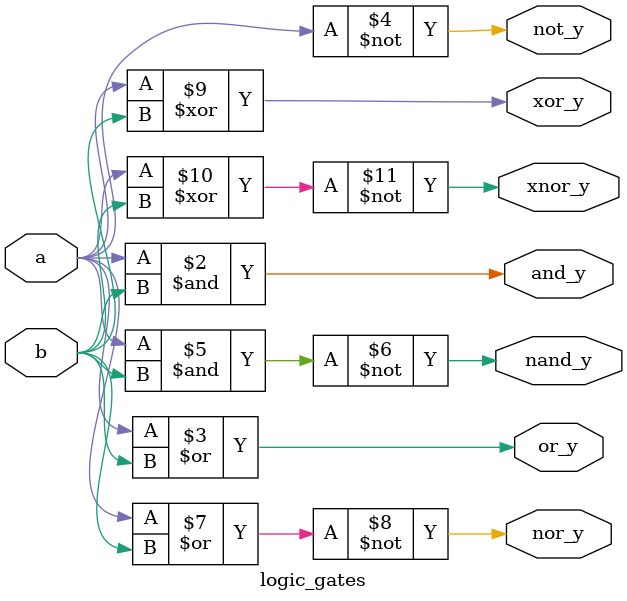
<source format=v>
`timescale 1ns / 1ps

module logic_gates
    (
    input a,b,
    output reg and_y,
    output reg or_y,
    output reg not_y,
    output reg nand_y,
    output reg nor_y,
    output reg xor_y,
    output reg xnor_y
    );

    always @(*)
    begin
        and_y = a & b;
        or_y = a | b;
        not_y = ~a;
        nand_y = ~(a & b);
        nor_y = ~(a | b);
        xor_y = a ^ b;
        xnor_y = ~(a ^b);
    end

endmodule


// this has the always@(*) which is kinda used in combinational ckts and the * selects all of the RHS/inputs 
</source>
